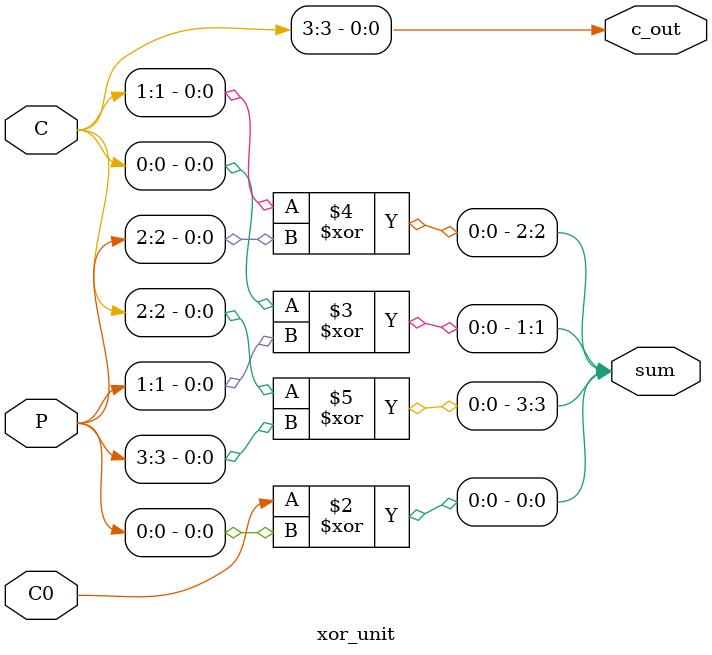
<source format=v>
module xor_unit(
    input [3:0] C, P,
    input C0,
    output reg [3:0] sum,
    output reg c_out
    );
    
    always@(*)
    begin
        sum[0] = C0 ^ P[0];
        sum[1] = C[0] ^ P[1];
        sum[2] = C[1] ^ P[2];
        sum[3] = C[2] ^ P[3];
        
        c_out = C[3];
    end
endmodule
</source>
